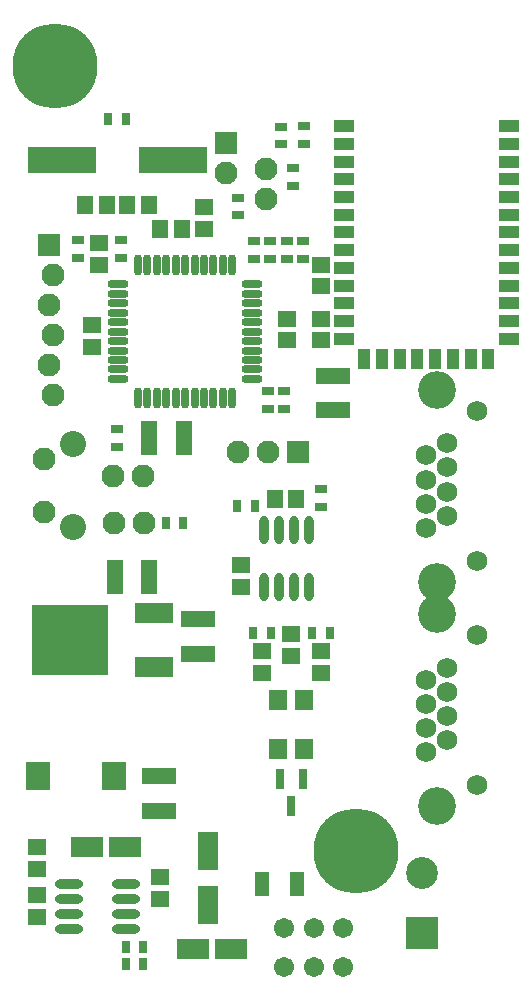
<source format=gts>
G04*
G04 #@! TF.GenerationSoftware,Altium Limited,Altium Designer,20.0.11 (256)*
G04*
G04 Layer_Color=8388736*
%FSLAX25Y25*%
%MOIN*%
G70*
G01*
G75*
%ADD37R,0.03162X0.06509*%
%ADD38R,0.10839X0.06902*%
%ADD39R,0.04737X0.08280*%
%ADD40R,0.06312X0.05328*%
%ADD41R,0.11430X0.05721*%
%ADD42R,0.04343X0.03162*%
%ADD43R,0.05721X0.11430*%
%ADD44R,0.06706X0.03950*%
%ADD45R,0.03950X0.06706*%
%ADD46R,0.03162X0.04343*%
%ADD47R,0.22650X0.08871*%
%ADD48R,0.25210X0.23635*%
%ADD49R,0.12611X0.07099*%
%ADD50R,0.07887X0.09461*%
%ADD51O,0.07099X0.02965*%
%ADD52O,0.02965X0.07099*%
%ADD53R,0.06312X0.06706*%
%ADD54R,0.06706X0.12611*%
%ADD55R,0.05328X0.06312*%
%ADD56O,0.03162X0.09461*%
%ADD57O,0.09461X0.03162*%
%ADD58C,0.07690*%
%ADD59R,0.07690X0.07690*%
%ADD60R,0.10642X0.10642*%
%ADD61C,0.10642*%
%ADD62R,0.07690X0.07690*%
%ADD63C,0.06706*%
%ADD64C,0.08674*%
%ADD65C,0.06800*%
%ADD66C,0.12611*%
%ADD67C,0.28359*%
D37*
X92520Y58563D02*
D03*
X88779Y67421D02*
D03*
X96260D02*
D03*
D38*
X37008Y44882D02*
D03*
X24409D02*
D03*
X72285Y10654D02*
D03*
X59687D02*
D03*
D39*
X82677Y32480D02*
D03*
X94488D02*
D03*
D40*
X102362Y220878D02*
D03*
Y213595D02*
D03*
X7717Y21555D02*
D03*
Y28839D02*
D03*
X48819Y34843D02*
D03*
Y27559D02*
D03*
X25984Y218602D02*
D03*
Y211319D02*
D03*
X90945Y213595D02*
D03*
Y220878D02*
D03*
X102362Y238897D02*
D03*
Y231613D02*
D03*
X28346Y246161D02*
D03*
Y238878D02*
D03*
X92520Y108563D02*
D03*
Y115847D02*
D03*
X102362Y102657D02*
D03*
Y109941D02*
D03*
X75787Y138819D02*
D03*
Y131535D02*
D03*
X82677Y109941D02*
D03*
Y102657D02*
D03*
X63386Y258130D02*
D03*
Y250847D02*
D03*
X7717Y37382D02*
D03*
Y44665D02*
D03*
D41*
X106280Y190256D02*
D03*
Y201870D02*
D03*
X61417Y109153D02*
D03*
Y120768D02*
D03*
X48366Y68484D02*
D03*
Y56870D02*
D03*
D42*
X84646Y196653D02*
D03*
Y190748D02*
D03*
X89961Y196653D02*
D03*
Y190748D02*
D03*
X96260Y246752D02*
D03*
Y240846D02*
D03*
X90945Y246752D02*
D03*
Y240846D02*
D03*
X85433Y246752D02*
D03*
Y240846D02*
D03*
X79921Y246752D02*
D03*
Y240846D02*
D03*
X34390Y178150D02*
D03*
Y184055D02*
D03*
X89130Y284842D02*
D03*
Y278937D02*
D03*
X93209Y265059D02*
D03*
Y270965D02*
D03*
X35571Y247047D02*
D03*
Y241142D02*
D03*
X21260Y247047D02*
D03*
Y241142D02*
D03*
X102362Y158169D02*
D03*
Y164075D02*
D03*
X96850Y279134D02*
D03*
Y285039D02*
D03*
X74803Y255315D02*
D03*
Y261221D02*
D03*
D43*
X45177Y134646D02*
D03*
X33563D02*
D03*
X56595Y181102D02*
D03*
X44980D02*
D03*
D44*
X165039Y285039D02*
D03*
Y279134D02*
D03*
Y273228D02*
D03*
Y267323D02*
D03*
Y261417D02*
D03*
Y255512D02*
D03*
Y249606D02*
D03*
Y243701D02*
D03*
Y237795D02*
D03*
Y231890D02*
D03*
Y225984D02*
D03*
Y220079D02*
D03*
Y214173D02*
D03*
X109921D02*
D03*
Y220079D02*
D03*
Y225984D02*
D03*
Y231890D02*
D03*
Y237795D02*
D03*
Y243701D02*
D03*
Y249606D02*
D03*
Y255512D02*
D03*
Y261417D02*
D03*
Y267323D02*
D03*
Y273228D02*
D03*
Y279134D02*
D03*
Y285039D02*
D03*
D45*
X158150Y207283D02*
D03*
X152244D02*
D03*
X146339D02*
D03*
X140433D02*
D03*
X134528D02*
D03*
X128622D02*
D03*
X122717D02*
D03*
X116811D02*
D03*
D46*
X50591Y152756D02*
D03*
X56496D02*
D03*
X99409Y116142D02*
D03*
X105315D02*
D03*
X79724D02*
D03*
X85630D02*
D03*
X80315Y158268D02*
D03*
X74409D02*
D03*
X31542Y287402D02*
D03*
X37448D02*
D03*
X43150Y11496D02*
D03*
X37244D02*
D03*
Y5591D02*
D03*
X43150D02*
D03*
D47*
X15991Y273622D02*
D03*
X52999D02*
D03*
D48*
X18583Y113721D02*
D03*
D49*
X46850Y122716D02*
D03*
Y104724D02*
D03*
D50*
X8051Y68583D02*
D03*
X33248D02*
D03*
D51*
X34843Y200787D02*
D03*
Y203937D02*
D03*
Y207087D02*
D03*
Y210236D02*
D03*
Y213386D02*
D03*
Y216535D02*
D03*
Y219685D02*
D03*
Y222835D02*
D03*
Y225984D02*
D03*
Y229134D02*
D03*
Y232283D02*
D03*
X79331Y232283D02*
D03*
Y229134D02*
D03*
Y225984D02*
D03*
Y222835D02*
D03*
Y219685D02*
D03*
Y216535D02*
D03*
Y213386D02*
D03*
Y210236D02*
D03*
Y207087D02*
D03*
Y203937D02*
D03*
Y200787D02*
D03*
D52*
X41339Y238779D02*
D03*
X44488D02*
D03*
X47638D02*
D03*
X50787D02*
D03*
X53937D02*
D03*
X57087D02*
D03*
X60236D02*
D03*
X63386D02*
D03*
X66535D02*
D03*
X69685D02*
D03*
X72835D02*
D03*
X72835Y194291D02*
D03*
X69685D02*
D03*
X66535D02*
D03*
X63386D02*
D03*
X60236D02*
D03*
X57087D02*
D03*
X53937D02*
D03*
X50787D02*
D03*
X47638D02*
D03*
X44488D02*
D03*
X41339D02*
D03*
D53*
X96850Y93799D02*
D03*
X88189D02*
D03*
X96850Y77461D02*
D03*
X88189D02*
D03*
D54*
X64803Y25583D02*
D03*
Y43299D02*
D03*
D55*
X48720Y250847D02*
D03*
X56004D02*
D03*
X30906Y258801D02*
D03*
X23622D02*
D03*
X44980D02*
D03*
X37697D02*
D03*
X94193Y160630D02*
D03*
X86910D02*
D03*
D56*
X98337Y150433D02*
D03*
X93337D02*
D03*
X88337D02*
D03*
X83337D02*
D03*
X98337Y131535D02*
D03*
X93337D02*
D03*
X88337D02*
D03*
X83337D02*
D03*
D57*
X18347Y32480D02*
D03*
Y27480D02*
D03*
Y22480D02*
D03*
Y17480D02*
D03*
X37244Y32480D02*
D03*
Y27480D02*
D03*
Y22480D02*
D03*
Y17480D02*
D03*
D58*
X12992Y195433D02*
D03*
X11811Y205433D02*
D03*
X12992Y215433D02*
D03*
X11811Y225433D02*
D03*
X12992Y235433D02*
D03*
X74646Y176378D02*
D03*
X84646D02*
D03*
X84055Y260870D02*
D03*
Y270869D02*
D03*
X33543Y152756D02*
D03*
X43543D02*
D03*
X33133Y168350D02*
D03*
X43133D02*
D03*
X70866Y269291D02*
D03*
X10059Y156496D02*
D03*
Y174213D02*
D03*
D59*
X11811Y245433D02*
D03*
X70866Y279291D02*
D03*
D60*
X135906Y16220D02*
D03*
D61*
Y36220D02*
D03*
D62*
X94646Y176378D02*
D03*
D63*
X109843Y4724D02*
D03*
X100000D02*
D03*
X90158D02*
D03*
X109843Y17717D02*
D03*
X100000D02*
D03*
X90158D02*
D03*
D64*
X19862Y151555D02*
D03*
Y179154D02*
D03*
D65*
X144488Y179292D02*
D03*
X137480Y175276D02*
D03*
X144488Y171261D02*
D03*
X137480Y167245D02*
D03*
X144488Y163229D02*
D03*
X137480Y159213D02*
D03*
X144488Y155198D02*
D03*
X137480Y151182D02*
D03*
X154488Y140198D02*
D03*
Y190198D02*
D03*
X144488Y104489D02*
D03*
X137480Y100473D02*
D03*
X144488Y96457D02*
D03*
X137480Y92442D02*
D03*
X144488Y88426D02*
D03*
X137480Y84410D02*
D03*
X144488Y80395D02*
D03*
X137480Y76379D02*
D03*
X154488Y65395D02*
D03*
Y115395D02*
D03*
D66*
X140984Y133190D02*
D03*
Y197206D02*
D03*
Y58387D02*
D03*
Y122402D02*
D03*
D67*
X13780Y305118D02*
D03*
X114173Y43307D02*
D03*
M02*

</source>
